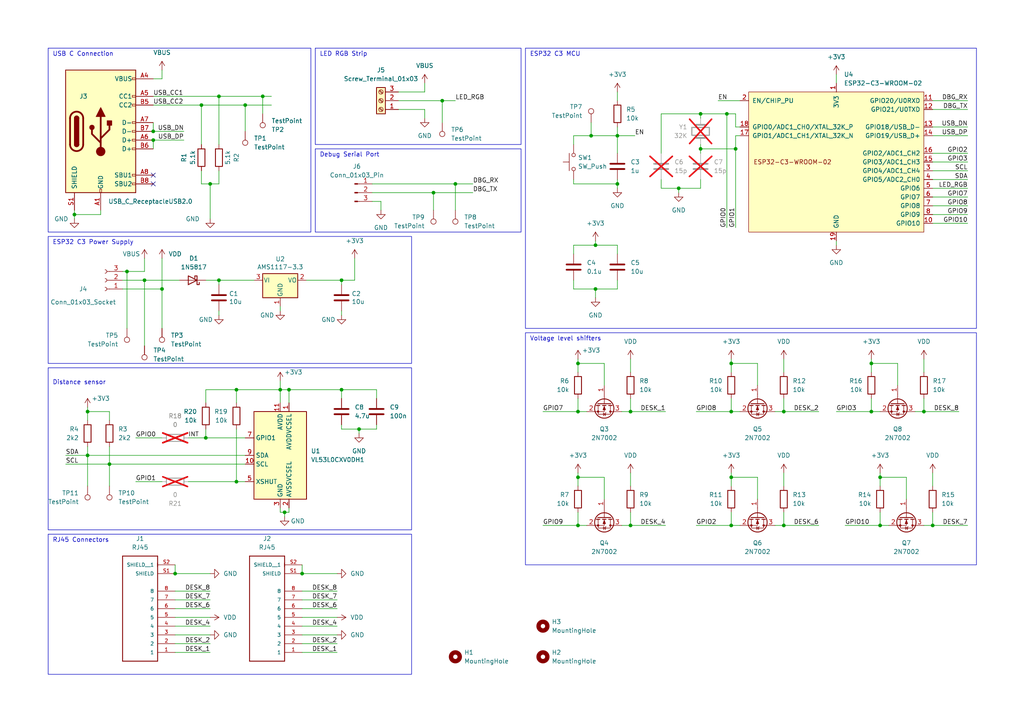
<source format=kicad_sch>
(kicad_sch (version 20230121) (generator eeschema)
  (paper "A4")
  (title_block (title "(Risky) Upsy Desky") (date "2023-12-25") (rev "2") (company "Petr Hodina"))
  (junction (at 125.73 55.88))
  (junction (at 212.09 105.41))
  (junction (at 213.36 43.18))
  (junction (at 182.88 119.38))
  (junction (at 167.64 105.41))
  (junction (at 227.33 119.38))
  (junction (at 252.73 119.38))
  (junction (at 76.2 27.94))
  (junction (at 270.51 152.4))
  (junction (at 81.28 113.03))
  (junction (at 82.55 148.59))
  (junction (at 179.07 53.34))
  (junction (at 50.8 166.37))
  (junction (at 212.09 138.43))
  (junction (at 167.64 119.38))
  (junction (at 71.12 30.48))
  (junction (at 59.69 127))
  (junction (at 267.97 119.38))
  (junction (at 212.09 152.4))
  (junction (at 21.59 62.23))
  (junction (at 128.27 29.21))
  (junction (at 167.64 152.4))
  (junction (at 203.2 33.02))
  (junction (at 171.45 39.37))
  (junction (at 87.63 166.37))
  (junction (at 172.72 83.82))
  (junction (at 44.45 38.1))
  (junction (at 255.27 152.4))
  (junction (at 63.5 27.94))
  (junction (at 167.64 138.43))
  (junction (at 83.82 113.03))
  (junction (at 182.88 152.4))
  (junction (at 41.91 81.28))
  (junction (at 31.75 134.62))
  (junction (at 210.82 33.02))
  (junction (at 58.42 30.48))
  (junction (at 60.96 53.34))
  (junction (at 203.2 43.18))
  (junction (at 212.09 119.38))
  (junction (at 44.45 40.64))
  (junction (at 68.58 139.7))
  (junction (at 63.5 81.28))
  (junction (at 36.83 78.74))
  (junction (at 25.4 119.38))
  (junction (at 227.33 152.4))
  (junction (at 99.06 113.03))
  (junction (at 172.72 71.12))
  (junction (at 132.08 53.34))
  (junction (at 179.07 39.37))
  (junction (at 252.73 105.41))
  (junction (at 104.14 124.46))
  (junction (at 196.85 54.61))
  (junction (at 25.4 132.08))
  (junction (at 68.58 113.03))
  (junction (at 99.06 81.28))
  (junction (at 46.99 83.82))
  (junction (at 255.27 138.43))
  (no_connect (at 44.45 50.8))
  (no_connect (at 44.45 53.34))
  (wire (pts (xy 179.07 71.12) (xy 179.07 73.66)))
  (wire (pts (xy 270.51 152.4) (xy 280.67 152.4)))
  (wire (pts (xy 50.8 176.53) (xy 60.96 176.53)))
  (wire (pts (xy 76.2 27.94) (xy 76.2 33.02)))
  (wire (pts (xy 21.59 62.23) (xy 29.21 62.23)))
  (wire (pts (xy 182.88 152.4) (xy 193.04 152.4)))
  (wire (pts (xy 182.88 148.59) (xy 182.88 152.4)))
  (wire (pts (xy 179.07 83.82) (xy 172.72 83.82)))
  (wire (pts (xy 179.07 36.83) (xy 179.07 39.37)))
  (wire (pts (xy 213.36 43.18) (xy 213.36 66.04)))
  (wire (pts (xy 171.45 35.56) (xy 171.45 39.37)))
  (wire (pts (xy 115.57 31.75) (xy 123.19 31.75)))
  (wire (pts (xy 242.57 119.38) (xy 252.73 119.38)))
  (wire (pts (xy 212.09 115.57) (xy 212.09 119.38)))
  (wire (pts (xy 25.4 119.38) (xy 25.4 121.92)))
  (wire (pts (xy 128.27 29.21) (xy 128.27 35.56)))
  (wire (pts (xy 255.27 152.4) (xy 257.81 152.4)))
  (wire (pts (xy 252.73 105.41) (xy 260.35 105.41)))
  (wire (pts (xy 224.79 119.38) (xy 227.33 119.38)))
  (wire (pts (xy 260.35 105.41) (xy 260.35 111.76)))
  (wire (pts (xy 255.27 137.16) (xy 255.27 138.43)))
  (wire (pts (xy 213.36 36.83) (xy 213.36 33.02)))
  (wire (pts (xy 46.99 20.32) (xy 46.99 22.86)))
  (wire (pts (xy 172.72 71.12) (xy 166.37 71.12)))
  (wire (pts (xy 157.48 152.4) (xy 167.64 152.4)))
  (wire (pts (xy 227.33 104.14) (xy 227.33 107.95)))
  (wire (pts (xy 179.07 26.67) (xy 179.07 29.21)))
  (wire (pts (xy 44.45 30.48) (xy 58.42 30.48)))
  (wire (pts (xy 59.69 127) (xy 71.12 127)))
  (wire (pts (xy 270.51 54.61) (xy 280.67 54.61)))
  (wire (pts (xy 167.64 104.14) (xy 167.64 105.41)))
  (wire (pts (xy 50.8 163.83) (xy 50.8 166.37)))
  (wire (pts (xy 123.19 24.13) (xy 123.19 26.67)))
  (wire (pts (xy 172.72 83.82) (xy 172.72 86.36)))
  (wire (pts (xy 63.5 27.94) (xy 63.5 41.91)))
  (wire (pts (xy 252.73 119.38) (xy 255.27 119.38)))
  (wire (pts (xy 203.2 33.02) (xy 203.2 34.29)))
  (wire (pts (xy 99.06 81.28) (xy 102.87 81.28)))
  (wire (pts (xy 25.4 132.08) (xy 25.4 140.97)))
  (wire (pts (xy 270.51 44.45) (xy 280.67 44.45)))
  (wire (pts (xy 132.08 53.34) (xy 132.08 60.96)))
  (wire (pts (xy 46.99 74.93) (xy 46.99 83.82)))
  (wire (pts (xy 87.63 179.07) (xy 97.79 179.07)))
  (wire (pts (xy 71.12 30.48) (xy 71.12 38.1)))
  (wire (pts (xy 167.64 138.43) (xy 175.26 138.43)))
  (wire (pts (xy 115.57 29.21) (xy 128.27 29.21)))
  (wire (pts (xy 175.26 105.41) (xy 175.26 111.76)))
  (wire (pts (xy 255.27 138.43) (xy 262.89 138.43)))
  (wire (pts (xy 19.05 132.08) (xy 25.4 132.08)))
  (wire (pts (xy 71.12 30.48) (xy 78.74 30.48)))
  (wire (pts (xy 262.89 138.43) (xy 262.89 144.78)))
  (wire (pts (xy 252.73 104.14) (xy 252.73 105.41)))
  (wire (pts (xy 179.07 52.07) (xy 179.07 53.34)))
  (wire (pts (xy 227.33 119.38) (xy 237.49 119.38)))
  (wire (pts (xy 81.28 116.84) (xy 81.28 113.03)))
  (wire (pts (xy 270.51 29.21) (xy 280.67 29.21)))
  (wire (pts (xy 179.07 53.34) (xy 166.37 53.34)))
  (wire (pts (xy 81.28 110.49) (xy 81.28 113.03)))
  (wire (pts (xy 99.06 113.03) (xy 109.22 113.03)))
  (wire (pts (xy 35.56 81.28) (xy 41.91 81.28)))
  (wire (pts (xy 167.64 138.43) (xy 167.64 140.97)))
  (wire (pts (xy 212.09 138.43) (xy 219.71 138.43)))
  (wire (pts (xy 31.75 134.62) (xy 31.75 140.97)))
  (wire (pts (xy 128.27 29.21) (xy 132.08 29.21)))
  (wire (pts (xy 270.51 64.77) (xy 280.67 64.77)))
  (wire (pts (xy 99.06 82.55) (xy 99.06 81.28)))
  (wire (pts (xy 196.85 54.61) (xy 196.85 55.88)))
  (wire (pts (xy 63.5 90.17) (xy 63.5 91.44)))
  (wire (pts (xy 50.8 184.15) (xy 60.96 184.15)))
  (wire (pts (xy 203.2 52.07) (xy 203.2 54.61)))
  (wire (pts (xy 180.34 119.38) (xy 182.88 119.38)))
  (wire (pts (xy 203.2 43.18) (xy 213.36 43.18)))
  (wire (pts (xy 50.8 186.69) (xy 60.96 186.69)))
  (wire (pts (xy 25.4 132.08) (xy 71.12 132.08)))
  (wire (pts (xy 63.5 27.94) (xy 76.2 27.94)))
  (wire (pts (xy 224.79 152.4) (xy 227.33 152.4)))
  (wire (pts (xy 88.9 81.28) (xy 99.06 81.28)))
  (wire (pts (xy 270.51 137.16) (xy 270.51 140.97)))
  (wire (pts (xy 123.19 31.75) (xy 123.19 34.29)))
  (wire (pts (xy 83.82 113.03) (xy 99.06 113.03)))
  (wire (pts (xy 182.88 137.16) (xy 182.88 140.97)))
  (wire (pts (xy 203.2 41.91) (xy 203.2 43.18)))
  (wire (pts (xy 182.88 115.57) (xy 182.88 119.38)))
  (wire (pts (xy 167.64 152.4) (xy 170.18 152.4)))
  (wire (pts (xy 35.56 83.82) (xy 46.99 83.82)))
  (wire (pts (xy 270.51 49.53) (xy 280.67 49.53)))
  (wire (pts (xy 270.51 57.15) (xy 280.67 57.15)))
  (wire (pts (xy 167.64 105.41) (xy 167.64 107.95)))
  (wire (pts (xy 242.57 21.59) (xy 242.57 24.13)))
  (wire (pts (xy 166.37 83.82) (xy 166.37 81.28)))
  (wire (pts (xy 50.8 181.61) (xy 60.96 181.61)))
  (wire (pts (xy 54.61 127) (xy 59.69 127)))
  (wire (pts (xy 267.97 119.38) (xy 278.13 119.38)))
  (wire (pts (xy 179.07 39.37) (xy 179.07 44.45)))
  (wire (pts (xy 39.37 127) (xy 46.99 127)))
  (wire (pts (xy 21.59 62.23) (xy 21.59 63.5)))
  (wire (pts (xy 58.42 30.48) (xy 71.12 30.48)))
  (wire (pts (xy 172.72 71.12) (xy 179.07 71.12)))
  (wire (pts (xy 59.69 113.03) (xy 68.58 113.03)))
  (wire (pts (xy 36.83 78.74) (xy 36.83 95.25)))
  (wire (pts (xy 46.99 83.82) (xy 46.99 95.25)))
  (wire (pts (xy 81.28 148.59) (xy 82.55 148.59)))
  (wire (pts (xy 166.37 53.34) (xy 166.37 52.07)))
  (wire (pts (xy 87.63 189.23) (xy 97.79 189.23)))
  (wire (pts (xy 267.97 104.14) (xy 267.97 107.95)))
  (wire (pts (xy 44.45 35.56) (xy 44.45 38.1)))
  (wire (pts (xy 214.63 36.83) (xy 213.36 36.83)))
  (wire (pts (xy 81.28 113.03) (xy 83.82 113.03)))
  (wire (pts (xy 203.2 33.02) (xy 191.77 33.02)))
  (wire (pts (xy 212.09 152.4) (xy 214.63 152.4)))
  (wire (pts (xy 245.11 152.4) (xy 255.27 152.4)))
  (wire (pts (xy 82.55 148.59) (xy 83.82 148.59)))
  (wire (pts (xy 182.88 119.38) (xy 193.04 119.38)))
  (wire (pts (xy 252.73 105.41) (xy 252.73 107.95)))
  (wire (pts (xy 99.06 113.03) (xy 99.06 115.57)))
  (wire (pts (xy 25.4 129.54) (xy 25.4 132.08)))
  (wire (pts (xy 58.42 53.34) (xy 60.96 53.34)))
  (wire (pts (xy 166.37 41.91) (xy 166.37 39.37)))
  (wire (pts (xy 19.05 134.62) (xy 31.75 134.62)))
  (wire (pts (xy 201.93 152.4) (xy 212.09 152.4)))
  (wire (pts (xy 87.63 173.99) (xy 97.79 173.99)))
  (wire (pts (xy 166.37 39.37) (xy 171.45 39.37)))
  (wire (pts (xy 270.51 39.37) (xy 280.67 39.37)))
  (wire (pts (xy 203.2 43.18) (xy 203.2 44.45)))
  (wire (pts (xy 182.88 104.14) (xy 182.88 107.95)))
  (wire (pts (xy 172.72 69.85) (xy 172.72 71.12)))
  (wire (pts (xy 31.75 129.54) (xy 31.75 134.62)))
  (wire (pts (xy 44.45 22.86) (xy 46.99 22.86)))
  (wire (pts (xy 107.95 53.34) (xy 132.08 53.34)))
  (wire (pts (xy 50.8 173.99) (xy 60.96 173.99)))
  (wire (pts (xy 99.06 90.17) (xy 99.06 91.44)))
  (wire (pts (xy 50.8 179.07) (xy 60.96 179.07)))
  (wire (pts (xy 25.4 119.38) (xy 31.75 119.38)))
  (wire (pts (xy 25.4 118.11) (xy 25.4 119.38)))
  (wire (pts (xy 252.73 115.57) (xy 252.73 119.38)))
  (wire (pts (xy 31.75 134.62) (xy 71.12 134.62)))
  (wire (pts (xy 110.49 58.42) (xy 110.49 60.96)))
  (wire (pts (xy 125.73 55.88) (xy 125.73 60.96)))
  (wire (pts (xy 270.51 148.59) (xy 270.51 152.4)))
  (wire (pts (xy 29.21 60.96) (xy 29.21 62.23)))
  (wire (pts (xy 104.14 124.46) (xy 109.22 124.46)))
  (wire (pts (xy 36.83 78.74) (xy 41.91 78.74)))
  (wire (pts (xy 63.5 49.53) (xy 63.5 53.34)))
  (wire (pts (xy 125.73 55.88) (xy 137.16 55.88)))
  (wire (pts (xy 203.2 33.02) (xy 210.82 33.02)))
  (wire (pts (xy 59.69 81.28) (xy 63.5 81.28)))
  (wire (pts (xy 167.64 148.59) (xy 167.64 152.4)))
  (wire (pts (xy 87.63 166.37) (xy 97.79 166.37)))
  (wire (pts (xy 41.91 81.28) (xy 41.91 100.33)))
  (wire (pts (xy 44.45 40.64) (xy 53.34 40.64)))
  (wire (pts (xy 109.22 113.03) (xy 109.22 115.57)))
  (wire (pts (xy 54.61 139.7) (xy 68.58 139.7)))
  (wire (pts (xy 212.09 137.16) (xy 212.09 138.43)))
  (wire (pts (xy 227.33 115.57) (xy 227.33 119.38)))
  (wire (pts (xy 81.28 147.32) (xy 81.28 148.59)))
  (wire (pts (xy 212.09 119.38) (xy 214.63 119.38)))
  (wire (pts (xy 50.8 166.37) (xy 60.96 166.37)))
  (wire (pts (xy 83.82 147.32) (xy 83.82 148.59)))
  (wire (pts (xy 210.82 33.02) (xy 210.82 66.04)))
  (wire (pts (xy 21.59 60.96) (xy 21.59 62.23)))
  (wire (pts (xy 41.91 74.93) (xy 41.91 78.74)))
  (wire (pts (xy 212.09 138.43) (xy 212.09 140.97)))
  (wire (pts (xy 212.09 148.59) (xy 212.09 152.4)))
  (wire (pts (xy 191.77 52.07) (xy 191.77 54.61)))
  (wire (pts (xy 68.58 124.46) (xy 68.58 139.7)))
  (wire (pts (xy 166.37 71.12) (xy 166.37 73.66)))
  (wire (pts (xy 87.63 171.45) (xy 97.79 171.45)))
  (wire (pts (xy 179.07 53.34) (xy 179.07 54.61)))
  (wire (pts (xy 109.22 124.46) (xy 109.22 123.19)))
  (wire (pts (xy 227.33 137.16) (xy 227.33 140.97)))
  (wire (pts (xy 87.63 181.61) (xy 97.79 181.61)))
  (wire (pts (xy 227.33 148.59) (xy 227.33 152.4)))
  (wire (pts (xy 167.64 137.16) (xy 167.64 138.43)))
  (wire (pts (xy 59.69 116.84) (xy 59.69 113.03)))
  (wire (pts (xy 270.51 31.75) (xy 280.67 31.75)))
  (wire (pts (xy 99.06 123.19) (xy 99.06 124.46)))
  (wire (pts (xy 213.36 43.18) (xy 213.36 39.37)))
  (wire (pts (xy 41.91 81.28) (xy 52.07 81.28)))
  (wire (pts (xy 179.07 39.37) (xy 184.15 39.37)))
  (wire (pts (xy 115.57 26.67) (xy 123.19 26.67)))
  (wire (pts (xy 157.48 119.38) (xy 167.64 119.38)))
  (wire (pts (xy 212.09 105.41) (xy 212.09 107.95)))
  (wire (pts (xy 60.96 53.34) (xy 63.5 53.34)))
  (wire (pts (xy 201.93 119.38) (xy 212.09 119.38)))
  (wire (pts (xy 213.36 39.37) (xy 214.63 39.37)))
  (wire (pts (xy 219.71 105.41) (xy 219.71 111.76)))
  (wire (pts (xy 265.43 119.38) (xy 267.97 119.38)))
  (wire (pts (xy 270.51 36.83) (xy 280.67 36.83)))
  (wire (pts (xy 50.8 171.45) (xy 60.96 171.45)))
  (wire (pts (xy 71.12 139.7) (xy 68.58 139.7)))
  (wire (pts (xy 270.51 52.07) (xy 280.67 52.07)))
  (wire (pts (xy 219.71 138.43) (xy 219.71 144.78)))
  (wire (pts (xy 104.14 124.46) (xy 104.14 125.73)))
  (wire (pts (xy 255.27 148.59) (xy 255.27 152.4)))
  (wire (pts (xy 191.77 54.61) (xy 196.85 54.61)))
  (wire (pts (xy 167.64 105.41) (xy 175.26 105.41)))
  (wire (pts (xy 87.63 186.69) (xy 97.79 186.69)))
  (wire (pts (xy 267.97 152.4) (xy 270.51 152.4)))
  (wire (pts (xy 175.26 138.43) (xy 175.26 144.78)))
  (wire (pts (xy 212.09 104.14) (xy 212.09 105.41)))
  (wire (pts (xy 107.95 55.88) (xy 125.73 55.88)))
  (wire (pts (xy 99.06 124.46) (xy 104.14 124.46)))
  (wire (pts (xy 58.42 41.91) (xy 58.42 30.48)))
  (wire (pts (xy 73.66 81.28) (xy 63.5 81.28)))
  (wire (pts (xy 270.51 46.99) (xy 280.67 46.99)))
  (wire (pts (xy 87.63 176.53) (xy 97.79 176.53)))
  (wire (pts (xy 191.77 33.02) (xy 191.77 44.45)))
  (wire (pts (xy 68.58 113.03) (xy 68.58 116.84)))
  (wire (pts (xy 132.08 53.34) (xy 137.16 53.34)))
  (wire (pts (xy 180.34 152.4) (xy 182.88 152.4)))
  (wire (pts (xy 35.56 78.74) (xy 36.83 78.74)))
  (wire (pts (xy 270.51 59.69) (xy 280.67 59.69)))
  (wire (pts (xy 242.57 69.85) (xy 242.57 71.12)))
  (wire (pts (xy 82.55 148.59) (xy 82.55 149.86)))
  (wire (pts (xy 167.64 115.57) (xy 167.64 119.38)))
  (wire (pts (xy 60.96 53.34) (xy 60.96 63.5)))
  (wire (pts (xy 59.69 124.46) (xy 59.69 127)))
  (wire (pts (xy 87.63 163.83) (xy 87.63 166.37)))
  (wire (pts (xy 39.37 139.7) (xy 46.99 139.7)))
  (wire (pts (xy 44.45 27.94) (xy 63.5 27.94)))
  (wire (pts (xy 58.42 49.53) (xy 58.42 53.34)))
  (wire (pts (xy 167.64 119.38) (xy 170.18 119.38)))
  (wire (pts (xy 44.45 40.64) (xy 44.45 43.18)))
  (wire (pts (xy 255.27 138.43) (xy 255.27 140.97)))
  (wire (pts (xy 172.72 83.82) (xy 166.37 83.82)))
  (wire (pts (xy 107.95 58.42) (xy 110.49 58.42)))
  (wire (pts (xy 208.28 29.21) (xy 214.63 29.21)))
  (wire (pts (xy 68.58 113.03) (xy 81.28 113.03)))
  (wire (pts (xy 179.07 81.28) (xy 179.07 83.82)))
  (wire (pts (xy 81.28 88.9) (xy 81.28 90.17)))
  (wire (pts (xy 44.45 38.1) (xy 53.34 38.1)))
  (wire (pts (xy 76.2 27.94) (xy 78.74 27.94)))
  (wire (pts (xy 212.09 105.41) (xy 219.71 105.41)))
  (wire (pts (xy 227.33 152.4) (xy 237.49 152.4)))
  (wire (pts (xy 87.63 184.15) (xy 97.79 184.15)))
  (wire (pts (xy 50.8 189.23) (xy 60.96 189.23)))
  (wire (pts (xy 102.87 81.28) (xy 102.87 74.93)))
  (wire (pts (xy 63.5 82.55) (xy 63.5 81.28)))
  (wire (pts (xy 31.75 119.38) (xy 31.75 121.92)))
  (wire (pts (xy 83.82 113.03) (xy 83.82 116.84)))
  (wire (pts (xy 196.85 54.61) (xy 203.2 54.61)))
  (wire (pts (xy 270.51 62.23) (xy 280.67 62.23)))
  (wire (pts (xy 267.97 115.57) (xy 267.97 119.38)))
  (wire (pts (xy 171.45 39.37) (xy 179.07 39.37)))
  (wire (pts (xy 210.82 33.02) (xy 213.36 33.02)))
  (rectangle (start 91.44 13.97) (end 151.13 41.91))
  (rectangle (start 13.97 106.68) (end 119.38 153.67))
  (rectangle (start 152.4 13.97) (end 283.21 95.25))
  (rectangle (start 91.44 43.18) (end 151.13 67.31))
  (rectangle (start 13.97 68.58) (end 119.38 105.41))
  (rectangle (start 152.4 96.52) (end 283.21 163.83))
  (rectangle (start 13.97 154.94) (end 119.38 195.58))
  (rectangle (start 13.97 13.97) (end 90.17 67.31))
  (text "ESP32 C3 MCU" (at 153.67 16.51 0) (effects (font (size 1.27 1.27)) (justify left bottom)))
  (text "Debug Serial Port" (at 92.71 45.72 0) (effects (font (size 1.27 1.27)) (justify left bottom)))
  (text "RJ45 Connectors" (at 15.24 157.48 0) (effects (font (size 1.27 1.27)) (justify left bottom)))
  (text "USB C Connection" (at 15.24 16.51 0) (effects (font (size 1.27 1.27)) (justify left bottom)))
  (text "LED RGB Strip" (at 92.71 16.51 0) (effects (font (size 1.27 1.27)) (justify left bottom)))
  (text "Distance sensor" (at 15.24 111.76 0) (effects (font (size 1.27 1.27)) (justify left bottom)))
  (text "Voltage level shifters" (at 153.67 99.06 0) (effects (font (size 1.27 1.27)) (justify left bottom)))
  (text "ESP32 C3 Power Supply" (at 15.24 71.12 0) (effects (font (size 1.27 1.27)) (justify left bottom)))
  (label "GPIO1" (at 39.37 139.7 0))
  (label "GPIO8" (at 280.67 59.69 180))
  (label "GPIO7" (at 280.67 57.15 180))
  (label "USB_CC1" (at 44.45 27.94 0))
  (label "USB_DN" (at 280.67 36.83 180))
  (label "DESK_7" (at 97.79 173.99 180))
  (label "INT" (at 54.61 127 0))
  (label "DESK_8" (at 278.13 119.38 180))
  (label "GPIO1" (at 213.36 66.04 90))
  (label "DESK_1" (at 97.79 189.23 180))
  (label "DBG_RX" (at 137.16 53.34 0))
  (label "DESK_6" (at 97.79 176.53 180))
  (label "SDA" (at 19.05 132.08 0))
  (label "USB_CC2" (at 44.45 30.48 0))
  (label "DESK_4" (at 97.79 181.61 180))
  (label "GPIO2" (at 280.67 44.45 180))
  (label "DBG_TX" (at 280.67 31.75 180))
  (label "SDA" (at 280.67 52.07 180))
  (label "GPIO9" (at 157.48 152.4 0))
  (label "GPIO2" (at 201.93 152.4 0))
  (label "DBG_RX" (at 280.67 29.21 180))
  (label "GPIO0" (at 210.82 66.04 90))
  (label "GPIO0" (at 39.37 127 0))
  (label "USB_DP" (at 53.34 40.64 180))
  (label "DESK_2" (at 60.96 186.69 180))
  (label "EN" (at 208.28 29.21 0))
  (label "GPIO10" (at 245.11 152.4 0))
  (label "DESK_4" (at 60.96 181.61 180))
  (label "GPIO9" (at 280.67 62.23 180))
  (label "LED_RGB" (at 132.08 29.21 0))
  (label "DESK_2" (at 97.79 186.69 180))
  (label "LED_RGB" (at 280.67 54.61 180))
  (label "USB_DP" (at 280.67 39.37 180))
  (label "GPIO3" (at 280.67 46.99 180))
  (label "USB_DN" (at 53.34 38.1 180))
  (label "GPIO3" (at 242.57 119.38 0))
  (label "DESK_6" (at 60.96 176.53 180))
  (label "DESK_8" (at 60.96 171.45 180))
  (label "DESK_6" (at 237.49 152.4 180))
  (label "SCL" (at 19.05 134.62 0))
  (label "GPIO10" (at 280.67 64.77 180))
  (label "GPIO8" (at 201.93 119.38 0))
  (label "DBG_TX" (at 137.16 55.88 0))
  (label "SCL" (at 280.67 49.53 180))
  (label "DESK_1" (at 193.04 119.38 180))
  (label "DESK_2" (at 237.49 119.38 180))
  (label "DESK_4" (at 193.04 152.4 180))
  (label "GPIO7" (at 157.48 119.38 0))
  (label "DESK_8" (at 97.79 171.45 180))
  (label "EN" (at 184.15 39.37 0))
  (label "DESK_7" (at 280.67 152.4 180))
  (label "DESK_7" (at 60.96 173.99 180))
  (label "DESK_1" (at 60.96 189.23 180))
  (symbol (lib_id "power:+3V3") (at 167.64 104.14 0) (unit 1)
    (property "Reference" "#PWR03" (effects hide))
    (property "Value" "+3V3" (at 171.45 101.6 0))
  )
  (symbol (lib_id "Connector:TestPoint") (at 132.08 60.96 180) (unit 1)
    (property "Reference" "TP8" (at 134.62 62.992 0) (effects (justify right)))
    (property "Value" "TestPoint" (at 134.62 65.532 0) (effects (justify right)))
    (property "Footprint" "TestPoint:TestPoint_Pad_D1.0mm" (effects hide))
  )
  (symbol (lib_id "Device:R") (at 252.73 111.76 180) (unit 1)
    (property "Reference" "R16" (at 250.19 110.4899 0) (effects (justify left)))
    (property "Value" "10k" (at 250.19 113.0299 0) (effects (justify left)))
    (property "Footprint" "Resistor_SMD:R_0402_1005Metric" (effects hide))
    (property "LCSC" "C25744" (effects hide))
    (property "Checked" "Y" (effects hide))
    (property "Comment" "Any 5V or higher rated resistor will work fine" (effects hide))
    (property "Package" "0402" (effects hide))
    (property "MPN" "RC0402JR-1310KL" (effects hide))
  )
  (symbol (lib_id "Transistor_FET:BSS138") (at 219.71 116.84 270) (unit 1)
    (property "Reference" "Q5" (at 219.71 124.46 90))
    (property "Value" "2N7002" (at 219.71 127 90))
    (property "Footprint" "Package_TO_SOT_SMD:SOT-23" (effects hide))
    (property "Datasheet" "https://www.onsemi.com/pub/Collateral/BSS138-D.PDF" (effects hide))
    (property "LCSC" "C8545" (effects hide))
    (property "Checked" "Y" (effects hide))
    (property "MPN" "2N7002" (effects hide))
    (property "Package" "SOT-23" (effects hide))
  )
  (symbol (lib_name "VBUS_2") (lib_id "power:VBUS") (at 41.91 74.93 0) (unit 1)
    (property "Reference" "#PWR07" (effects hide))
    (property "Value" "VBUS" (at 38.1 73.66 0))
  )
  (symbol (lib_id "Connector:Conn_01x03_Pin") (at 102.87 55.88 0) (unit 1)
    (property "Reference" "J6" (at 103.505 48.26 0))
    (property "Value" "Conn_01x03_Pin" (at 103.505 50.8 0))
    (property "Footprint" "Connector_JST:JST_EH_B3B-EH-A_1x03_P2.50mm_Vertical" (effects hide))
  )
  (symbol (lib_id "Device:R") (at 50.8 139.7 270) (mirror x) (unit 1) (dnp yes)
    (property "Reference" "R21" (at 50.8 146.05 90))
    (property "Value" "0" (at 50.8 143.51 90))
    (property "Footprint" "Resistor_SMD:R_0402_1005Metric" (effects hide))
  )
  (symbol (lib_id "Connector:USB_C_Receptacle_USB2.0") (at 29.21 38.1 0) (unit 1)
    (property "Reference" "J3" (at 25.4 27.94 0) (effects (justify right)))
    (property "Value" "USB_C_ReceptacleUSB2.0" (at 55.88 58.42 0) (effects (justify right)))
    (property "Footprint" "Connector_USB:USB_C_Receptacle_Palconn_UTC16-G" (effects hide))
    (property "Datasheet" "https://www.usb.org/sites/default/files/documents/usb_type-c.zip" (effects hide))
    (property "LCSC" "C165948" (effects hide))
    (property "Checked" "Y" (effects hide))
    (property "MPN" "TYPE-C-31-M-12" (effects hide))
  )
  (symbol (lib_id "power:GND") (at 179.07 54.61 0) (unit 1)
    (property "Reference" "#PWR011" (effects hide))
    (property "Value" "GND" (at 179.07 59.69 0))
  )
  (symbol (lib_id "Device:R") (at 270.51 144.78 180) (unit 1)
    (property "Reference" "R15" (at 273.05 143.5099 0) (effects (justify right)))
    (property "Value" "10k" (at 273.05 146.0499 0) (effects (justify right)))
    (property "Footprint" "Resistor_SMD:R_0402_1005Metric" (effects hide))
    (property "LCSC" "C25744" (effects hide))
    (property "Checked" "Y" (effects hide))
    (property "Comment" "Any 5V or higher rated resistor will work fine" (effects hide))
    (property "Package" "0402" (effects hide))
    (property "MPN" "RC0402JR-1310KL" (effects hide))
  )
  (symbol (lib_id "Regulator_Linear:NCP1117-3.3_SOT223") (at 81.28 81.28 0) (unit 1)
    (property "Reference" "U2" (at 81.28 75.1332 0))
    (property "Value" "AMS1117-3.3" (at 81.28 77.4446 0))
    (property "Footprint" "Package_TO_SOT_SMD:SOT-223-3_TabPin2" (effects hide))
    (property "Datasheet" "http://www.onsemi.com/pub_link/Collateral/NCP1117-D.PDF" (effects hide))
    (property "LCSC" "C6186" (effects hide))
    (property "Checked" "Y" (effects hide))
    (property "MPN" "AMS1117-3.3" (effects hide))
    (property "Package" "SOT-223" (effects hide))
  )
  (symbol (lib_id "Mechanical:MountingHole") (at 157.48 190.5 0) (unit 1)
    (property "Reference" "H2" (at 160.02 189.23 0) (effects (justify left)))
    (property "Value" "MountingHole" (at 160.02 191.77 0) (effects (justify left)))
    (property "Footprint" "MountingHole:MountingHole_2.2mm_M2_Pad" (effects hide))
  )
  (symbol (lib_id "power:VDD") (at 227.33 137.16 0) (unit 1)
    (property "Reference" "#PWR028" (effects hide))
    (property "Value" "VDD" (at 227.33 132.08 0))
  )
  (symbol (lib_id "power:GND") (at 60.96 184.15 90) (unit 1)
    (property "Reference" "#PWR0105" (effects hide))
    (property "Value" "GND" (at 64.77 184.1499 90) (effects (justify right)))
  )
  (symbol (lib_id "Connector:TestPoint") (at 36.83 95.25 0) (mirror x) (unit 1)
    (property "Reference" "TP5" (at 34.29 97.282 0) (effects (justify right)))
    (property "Value" "TestPoint" (at 34.29 99.822 0) (effects (justify right)))
    (property "Footprint" "TestPoint:TestPoint_Pad_D1.0mm" (effects hide))
  )
  (symbol (lib_id "power:+3V3") (at 252.73 104.14 0) (unit 1)
    (property "Reference" "#PWR027" (effects hide))
    (property "Value" "+3V3" (at 252.73 99.06 0))
  )
  (symbol (lib_id "A-2004-2-4-LPS-N-R:A-2004-2-4-LPS-N-R") (at 40.64 179.07 180) (unit 1)
    (property "Reference" "J1" (at 40.64 156.21 0))
    (property "Value" "RJ45" (at 40.64 158.75 0))
    (property "Footprint" "Connector_RJ:RJ45_Amphenol_54602-x08_Horizontal" (effects hide))
    (property "MANUFACTURER" "Amphenol ICC (FCI)" (effects hide))
    (property "STANDARD" "Manufacturer recommendations" (effects hide))
    (property "MAXIMUM_PACKAGE_HEIGHT" "13.4mm" (effects hide))
    (property "PARTREV" "00" (effects hide))
    (property "Purchase" "https://www.digikey.com/en/products/detail/amphenol-cs-fci/54601-708LF/7589419" (effects hide))
    (property "MPN" "54601-708LF" (effects hide))
    (property "LCSC" "C708595" (effects hide))
  )
  (symbol (lib_id "power:VDD") (at 267.97 104.14 0) (unit 1)
    (property "Reference" "#PWR024" (effects hide))
    (property "Value" "VDD" (at 267.97 99.06 0))
  )
  (symbol (lib_id "power:GND") (at 99.06 91.44 0) (unit 1)
    (property "Reference" "#PWR09" (effects hide))
    (property "Value" "GND" (at 95.25 92.71 0))
  )
  (symbol (lib_id "Device:R") (at 31.75 125.73 0) (unit 1)
    (property "Reference" "R3" (at 34.29 124.46 0) (effects (justify left)))
    (property "Value" "2k2" (at 34.29 127 0) (effects (justify left)))
    (property "Footprint" "Resistor_SMD:R_0402_1005Metric" (effects hide))
  )
  (symbol (lib_id "Connector:Screw_Terminal_01x03") (at 110.49 29.21 180) (unit 1)
    (property "Reference" "J5" (at 110.49 20.32 0))
    (property "Value" "Screw_Terminal_01x03" (at 110.49 22.86 0))
    (property "Footprint" "TerminalBlock:TerminalBlock_Altech_AK300-3_P5.00mm" (effects hide))
  )
  (symbol (lib_id "power:GND") (at 21.59 63.5 0) (unit 1)
    (property "Reference" "#PWR02" (effects hide))
    (property "Value" "GND" (at 17.78 63.5 0))
  )
  (symbol (lib_id "power:GND") (at 97.79 184.15 90) (unit 1)
    (property "Reference" "#PWR0106" (effects hide))
    (property "Value" "GND" (at 101.6 184.1499 90) (effects (justify right)))
  )
  (symbol (lib_id "Connector:TestPoint") (at 31.75 140.97 180) (unit 1)
    (property "Reference" "TP10" (at 34.29 143.002 0) (effects (justify right)))
    (property "Value" "TestPoint" (at 34.29 145.542 0) (effects (justify right)))
    (property "Footprint" "TestPoint:TestPoint_Pad_D1.0mm" (effects hide))
  )
  (symbol (lib_id "Device:R") (at 68.58 120.65 0) (unit 1)
    (property "Reference" "R19" (at 66.04 119.38 0) (effects (justify right)))
    (property "Value" "10k" (at 66.04 121.92 0) (effects (justify right)))
    (property "Footprint" "Resistor_SMD:R_0402_1005Metric" (effects hide))
  )
  (symbol (lib_id "power:GND") (at 81.28 90.17 0) (unit 1)
    (property "Reference" "#PWR08" (effects hide))
    (property "Value" "GND" (at 77.47 91.44 0))
  )
  (symbol (lib_id "Connector:TestPoint") (at 125.73 60.96 0) (mirror x) (unit 1)
    (property "Reference" "TP9" (at 123.19 62.992 0) (effects (justify right)))
    (property "Value" "TestPoint" (at 123.19 65.532 0) (effects (justify right)))
    (property "Footprint" "TestPoint:TestPoint_Pad_D1.0mm" (effects hide))
  )
  (symbol (lib_id "Connector:TestPoint") (at 46.99 95.25 180) (unit 1)
    (property "Reference" "TP3" (at 49.53 97.282 0) (effects (justify right)))
    (property "Value" "TestPoint" (at 49.53 99.822 0) (effects (justify right)))
    (property "Footprint" "TestPoint:TestPoint_Pad_D1.0mm" (effects hide))
  )
  (symbol (lib_id "Connector:TestPoint") (at 76.2 33.02 180) (unit 1)
    (property "Reference" "TP2" (at 78.74 37.592 0) (effects (justify right)))
    (property "Value" "TestPoint" (at 78.74 35.052 0) (effects (justify right)))
    (property "Footprint" "TestPoint:TestPoint_Pad_D1.0mm" (effects hide))
  )
  (symbol (lib_id "power:VBUS") (at 46.99 20.32 0) (unit 1)
    (property "Reference" "#PWR0101" (effects hide))
    (property "Value" "VBUS" (at 46.99 15.24 0))
  )
  (symbol (lib_id "Device:R") (at 179.07 33.02 0) (unit 1)
    (property "Reference" "R5" (at 181.61 31.7499 0) (effects (justify left)))
    (property "Value" "10k" (at 181.61 34.2899 0) (effects (justify left)))
    (property "Footprint" "Resistor_SMD:R_0402_1005Metric" (effects hide))
    (property "LCSC" "C25744" (effects hide))
    (property "Checked" "Y" (effects hide))
    (property "Comment" "Any 5V or higher rated resistor will work fine" (effects hide))
    (property "Package" "0402" (effects hide))
    (property "MPN" "RC0402JR-1310KL" (effects hide))
  )
  (symbol (lib_id "Connector:TestPoint") (at 171.45 35.56 0) (unit 1)
    (property "Reference" "TP7" (at 168.91 30.988 0) (effects (justify right)))
    (property "Value" "TestPoint" (at 168.91 33.528 0) (effects (justify right)))
    (property "Footprint" "TestPoint:TestPoint_Pad_D1.0mm" (effects hide))
  )
  (symbol (lib_id "Connector:TestPoint") (at 128.27 35.56 180) (unit 1)
    (property "Reference" "TP6" (at 130.81 37.592 0) (effects (justify right)))
    (property "Value" "TestPoint" (at 130.81 40.132 0) (effects (justify right)))
    (property "Footprint" "TestPoint:TestPoint_Pad_D1.0mm" (effects hide))
  )
  (symbol (lib_id "Device:C") (at 109.22 119.38 0) (unit 1)
    (property "Reference" "C9" (at 113.03 118.11 0) (effects (justify left)))
    (property "Value" "100n" (at 113.03 120.65 0) (effects (justify left)))
    (property "Footprint" "Capacitor_SMD:C_0402_1005Metric" (effects hide))
  )
  (symbol (lib_id "power:+3V3") (at 212.09 104.14 0) (unit 1)
    (property "Reference" "#PWR021" (effects hide))
    (property "Value" "+3V3" (at 212.09 99.06 0))
  )
  (symbol (lib_id "Device:C") (at 63.5 86.36 0) (unit 1)
    (property "Reference" "C1" (at 66.421 85.1916 0) (effects (justify left)))
    (property "Value" "10u" (at 66.421 87.503 0) (effects (justify left)))
    (property "Footprint" "Capacitor_SMD:C_0402_1005Metric" (effects hide))
    (property "LCSC" "C15525" (effects hide))
    (property "Checked" "Y" (effects hide))
    (property "Comment" "Any 5V or higher rated capacitor will work fine" (effects hide))
    (property "Package" "0402" (effects hide))
    (property "MPN" "GRM155R60J106ME05J" (effects hide))
  )
  (symbol (lib_id "Device:C") (at 166.37 77.47 0) (unit 1)
    (property "Reference" "C4" (at 170.18 76.1999 0) (effects (justify left)))
    (property "Value" "0.1u" (at 170.18 78.7399 0) (effects (justify left)))
    (property "Footprint" "Capacitor_SMD:C_0402_1005Metric" (effects hide))
    (property "LCSC" "C1525" (effects hide))
    (property "Checked" "Y" (effects hide))
    (property "Comment" "Any 5V or higher rated capacitor will work fine" (effects hide))
    (property "Package" "0402" (effects hide))
    (property "MPN" "0402B104K160HI" (effects hide))
  )
  (symbol (lib_id "power:GND") (at 63.5 91.44 0) (unit 1)
    (property "Reference" "#PWR06" (effects hide))
    (property "Value" "GND" (at 59.69 92.71 0))
  )
  (symbol (lib_id "Device:C") (at 99.06 119.38 0) (unit 1)
    (property "Reference" "C8" (at 102.87 118.11 0) (effects (justify left)))
    (property "Value" "4.7u" (at 102.87 120.65 0) (effects (justify left)))
    (property "Footprint" "Capacitor_SMD:C_0402_1005Metric" (effects hide))
  )
  (symbol (lib_id "Switch:SW_Push") (at 166.37 46.99 90) (unit 1)
    (property "Reference" "SW1" (at 167.64 45.72 90) (effects (justify right)))
    (property "Value" "SW_Push" (at 167.64 48.26 90) (effects (justify right)))
    (property "Footprint" "Button_Switch_SMD:SW_Push_1P1T_NO_CK_KMR2" (effects hide))
  )
  (symbol (lib_id "power:+3V3") (at 167.64 137.16 0) (unit 1)
    (property "Reference" "#PWR018" (effects hide))
    (property "Value" "+3V3" (at 167.64 132.08 0))
  )
  (symbol (lib_id "power:VDD") (at 60.96 179.07 270) (unit 1)
    (property "Reference" "#PWR017" (effects hide))
    (property "Value" "VDD" (at 64.77 179.07 90) (effects (justify left)))
  )
  (symbol (lib_name "GND_8") (lib_id "power:GND") (at 104.14 125.73 0) (unit 1)
    (property "Reference" "#PWR038" (effects hide))
    (property "Value" "GND" (at 104.14 130.81 0))
  )
  (symbol (lib_id "Device:R") (at 182.88 111.76 180) (unit 1)
    (property "Reference" "R8" (at 185.42 110.4899 0) (effects (justify right)))
    (property "Value" "10k" (at 185.42 113.0299 0) (effects (justify right)))
    (property "Footprint" "Resistor_SMD:R_0402_1005Metric" (effects hide))
    (property "LCSC" "C25744" (effects hide))
    (property "Checked" "Y" (effects hide))
    (property "Comment" "Any 5V or higher rated resistor will work fine" (effects hide))
    (property "Package" "0402" (effects hide))
    (property "MPN" "RC0402JR-1310KL" (effects hide))
  )
  (symbol (lib_id "PCM_Espressif:ESP32-C3-WROOM-02") (at 242.57 46.99 0) (unit 1)
    (property "Reference" "U4" (at 244.7641 21.59 0) (effects (justify left)))
    (property "Value" "ESP32-C3-WROOM-02" (at 244.7641 24.13 0) (effects (justify left)))
    (property "Footprint" "PCM_Espressif:ESP32-C3-WROOM-02" (effects hide))
    (property "Datasheet" "https://www.espressif.com/sites/default/files/documentation/esp32-c3-wroom-02_datasheet_en.pdf" (effects hide))
  )
  (symbol (lib_id "Device:Crystal") (at 203.2 38.1 90) (unit 1) (dnp yes)
    (property "Reference" "Y1" (at 199.39 36.83 90) (effects (justify left)))
    (property "Value" "32K" (at 199.39 39.37 90) (effects (justify left)))
    (property "Footprint" "Crystal:Crystal_SMD_2012-2Pin_2.0x1.2mm" (effects hide))
  )
  (symbol (lib_id "Connector:TestPoint") (at 41.91 100.33 180) (unit 1)
    (property "Reference" "TP4" (at 44.45 101.6 0) (effects (justify right)))
    (property "Value" "TestPoint" (at 44.45 104.14 0) (effects (justify right)))
    (property "Footprint" "TestPoint:TestPoint_Pad_D1.0mm" (effects hide))
  )
  (symbol (lib_id "power:+3V3") (at 102.87 74.93 0) (unit 1)
    (property "Reference" "#PWR010" (effects hide))
    (property "Value" "+3V3" (at 102.87 69.85 0))
  )
  (symbol (lib_id "Device:R") (at 212.09 144.78 180) (unit 1)
    (property "Reference" "R11" (at 209.55 143.5099 0) (effects (justify left)))
    (property "Value" "10k" (at 209.55 146.0499 0) (effects (justify left)))
    (property "Footprint" "Resistor_SMD:R_0402_1005Metric" (effects hide))
    (property "LCSC" "C25744" (effects hide))
    (property "Checked" "Y" (effects hide))
    (property "Comment" "Any 5V or higher rated resistor will work fine" (effects hide))
    (property "Package" "0402" (effects hide))
    (property "MPN" "RC0402JR-1310KL" (effects hide))
  )
  (symbol (lib_id "Device:R") (at 267.97 111.76 180) (unit 1)
    (property "Reference" "R17" (at 270.51 110.4899 0) (effects (justify right)))
    (property "Value" "10k" (at 270.51 113.0299 0) (effects (justify right)))
    (property "Footprint" "Resistor_SMD:R_0402_1005Metric" (effects hide))
    (property "LCSC" "C25744" (effects hide))
    (property "Checked" "Y" (effects hide))
    (property "Comment" "Any 5V or higher rated resistor will work fine" (effects hide))
    (property "Package" "0402" (effects hide))
    (property "MPN" "RC0402JR-1310KL" (effects hide))
  )
  (symbol (lib_id "power:VDD") (at 46.99 74.93 0) (unit 1)
    (property "Reference" "#PWR016" (effects hide))
    (property "Value" "VDD" (at 50.8 73.66 0))
  )
  (symbol (lib_id "Device:C") (at 191.77 48.26 0) (unit 1) (dnp yes)
    (property "Reference" "C6" (at 195.58 46.99 0) (effects (justify left)))
    (property "Value" "15p" (at 195.58 49.53 0) (effects (justify left)))
    (property "Footprint" "Capacitor_SMD:C_0402_1005Metric" (effects hide))
  )
  (symbol (lib_id "power:GND") (at 97.79 166.37 90) (unit 1)
    (property "Reference" "#PWR01" (effects hide))
    (property "Value" "GND" (at 101.6 166.3699 90) (effects (justify right)))
  )
  (symbol (lib_id "Device:R") (at 227.33 144.78 180) (unit 1)
    (property "Reference" "R13" (at 229.87 143.5099 0) (effects (justify right)))
    (property "Value" "10k" (at 229.87 146.0499 0) (effects (justify right)))
    (property "Footprint" "Resistor_SMD:R_0402_1005Metric" (effects hide))
    (property "LCSC" "C25744" (effects hide))
    (property "Checked" "Y" (effects hide))
    (property "Comment" "Any 5V or higher rated resistor will work fine" (effects hide))
    (property "Package" "0402" (effects hide))
    (property "MPN" "RC0402JR-1310KL" (effects hide))
  )
  (symbol (lib_id "Device:R") (at 255.27 144.78 180) (unit 1)
    (property "Reference" "R14" (at 252.73 143.5099 0) (effects (justify left)))
    (property "Value" "10k" (at 252.73 146.0499 0) (effects (justify left)))
    (property "Footprint" "Resistor_SMD:R_0402_1005Metric" (effects hide))
    (property "LCSC" "C25744" (effects hide))
    (property "Checked" "Y" (effects hide))
    (property "Comment" "Any 5V or higher rated resistor will work fine" (effects hide))
    (property "Package" "0402" (effects hide))
    (property "MPN" "RC0402JR-1310KL" (effects hide))
  )
  (symbol (lib_id "Device:C") (at 99.06 86.36 0) (unit 1)
    (property "Reference" "C2" (at 101.981 85.1916 0) (effects (justify left)))
    (property "Value" "10u" (at 101.981 87.503 0) (effects (justify left)))
    (property "Footprint" "Capacitor_SMD:C_0402_1005Metric" (effects hide))
    (property "LCSC" "C15525" (effects hide))
    (property "Checked" "Y" (effects hide))
    (property "Comment" "Any 5V or higher rated capacitor will work fine" (effects hide))
    (property "Package" "0402" (effects hide))
    (property "MPN" "GRM155R60J106ME05J" (effects hide))
  )
  (symbol (lib_id "Device:R") (at 227.33 111.76 180) (unit 1)
    (property "Reference" "R12" (at 229.87 110.4899 0) (effects (justify right)))
    (property "Value" "10k" (at 229.87 113.0299 0) (effects (justify right)))
    (property "Footprint" "Resistor_SMD:R_0402_1005Metric" (effects hide))
    (property "LCSC" "C25744" (effects hide))
    (property "Checked" "Y" (effects hide))
    (property "Comment" "Any 5V or higher rated resistor will work fine" (effects hide))
    (property "Package" "0402" (effects hide))
    (property "MPN" "RC0402JR-1310KL" (effects hide))
  )
  (symbol (lib_name "GND_7") (lib_id "power:GND") (at 82.55 149.86 0) (unit 1)
    (property "Reference" "#PWR036" (effects hide))
    (property "Value" "GND" (at 86.36 151.13 0))
  )
  (symbol (lib_name "GND_1") (lib_id "power:GND") (at 60.96 63.5 0) (unit 1)
    (property "Reference" "#PWR04" (effects hide))
    (property "Value" "GND" (at 55.88 63.5 0))
  )
  (symbol (lib_id "Device:R") (at 182.88 144.78 180) (unit 1)
    (property "Reference" "R9" (at 185.42 143.5099 0) (effects (justify right)))
    (property "Value" "10k" (at 185.42 146.0499 0) (effects (justify right)))
    (property "Footprint" "Resistor_SMD:R_0402_1005Metric" (effects hide))
    (property "LCSC" "C25744" (effects hide))
    (property "Checked" "Y" (effects hide))
    (property "Comment" "Any 5V or higher rated resistor will work fine" (effects hide))
    (property "Package" "0402" (effects hide))
    (property "MPN" "RC0402JR-1310KL" (effects hide))
  )
  (symbol (lib_name "GND_4") (lib_id "power:GND") (at 242.57 71.12 0) (unit 1)
    (property "Reference" "#PWR014" (effects hide))
    (property "Value" "GND" (at 242.57 76.2 0))
  )
  (symbol (lib_name "VBUS_1") (lib_id "power:VBUS") (at 123.19 24.13 0) (unit 1)
    (property "Reference" "#PWR032" (effects hide))
    (property "Value" "VBUS" (at 123.19 19.05 0))
  )
  (symbol (lib_id "Device:R") (at 58.42 45.72 180) (unit 1)
    (property "Reference" "R1" (at 53.34 45.72 90))
    (property "Value" "5.1k" (at 55.88 45.72 90))
    (property "Footprint" "Resistor_SMD:R_0402_1005Metric" (effects hide))
    (property "LCSC" "C25905" (effects hide))
    (property "Checked" "Y" (effects hide))
    (property "Comment" "Any 5V or higher rated resistor will work fine" (effects hide))
    (property "Package" "0402" (effects hide))
    (property "MPN" "RC0402JR-075R1L" (effects hide))
  )
  (symbol (lib_id "Device:R") (at 59.69 120.65 0) (unit 1)
    (property "Reference" "R20" (at 57.15 119.38 0) (effects (justify right)))
    (property "Value" "10k" (at 57.15 121.92 0) (effects (justify right)))
    (property "Footprint" "Resistor_SMD:R_0402_1005Metric" (effects hide))
  )
  (symbol (lib_id "Sensor_Distance:VL53L0CXV0DH1") (at 81.28 132.08 0) (unit 1)
    (property "Reference" "U1" (at 90.17 130.81 0) (effects (justify left)))
    (property "Value" "VL53L0CXV0DH1" (at 90.17 133.35 0) (effects (justify left)))
    (property "Footprint" "Sensor_Distance:ST_VL53L1x" (effects hide))
    (property "Datasheet" "https://www.st.com/resource/en/datasheet/vl53l0x.pdf" (effects hide))
  )
  (symbol (lib_name "+3V3_1") (lib_id "power:+3V3") (at 81.28 110.49 0) (unit 1)
    (property "Reference" "#PWR05" (effects hide))
    (property "Value" "+3V3" (at 85.09 107.95 0))
  )
  (symbol (lib_id "Device:R") (at 50.8 127 270) (unit 1) (dnp yes)
    (property "Reference" "R18" (at 50.8 120.65 90))
    (property "Value" "0" (at 50.8 123.19 90))
    (property "Footprint" "Resistor_SMD:R_0402_1005Metric" (effects hide))
  )
  (symbol (lib_id "Transistor_FET:BSS138") (at 219.71 149.86 270) (unit 1)
    (property "Reference" "Q6" (at 219.71 157.48 90))
    (property "Value" "2N7002" (at 219.71 160.02 90))
    (property "Footprint" "Package_TO_SOT_SMD:SOT-23" (effects hide))
    (property "Datasheet" "https://www.onsemi.com/pub/Collateral/BSS138-D.PDF" (effects hide))
    (property "LCSC" "C8545" (effects hide))
    (property "Checked" "Y" (effects hide))
    (property "MPN" "2N7002" (effects hide))
    (property "Package" "SOT-23" (effects hide))
  )
  (symbol (lib_name "GND_6") (lib_id "power:GND") (at 196.85 55.88 0) (unit 1)
    (property "Reference" "#PWR034" (effects hide))
    (property "Value" "GND" (at 196.85 60.96 0))
  )
  (symbol (lib_id "Device:R") (at 167.64 111.76 180) (unit 1)
    (property "Reference" "R6" (at 165.1 110.4899 0) (effects (justify left)))
    (property "Value" "10k" (at 165.1 113.0299 0) (effects (justify left)))
    (property "Footprint" "Resistor_SMD:R_0402_1005Metric" (effects hide))
    (property "LCSC" "C25744" (effects hide))
    (property "Checked" "Y" (effects hide))
    (property "Comment" "Any 5V or higher rated resistor will work fine" (effects hide))
    (property "Package" "0402" (effects hide))
    (property "MPN" "RC0402JR-1310KL" (effects hide))
  )
  (symbol (lib_id "Transistor_FET:BSS138") (at 175.26 149.86 270) (unit 1)
    (property "Reference" "Q4" (at 175.26 157.48 90))
    (property "Value" "2N7002" (at 175.26 160.02 90))
    (property "Footprint" "Package_TO_SOT_SMD:SOT-23" (effects hide))
    (property "Datasheet" "https://www.onsemi.com/pub/Collateral/BSS138-D.PDF" (effects hide))
    (property "LCSC" "C8545" (effects hide))
    (property "Checked" "Y" (effects hide))
    (property "MPN" "2N7002" (effects hide))
    (property "Package" "SOT-23" (effects hide))
  )
  (symbol (lib_id "Transistor_FET:BSS138") (at 260.35 116.84 270) (unit 1)
    (property "Reference" "Q8" (at 260.35 124.46 90))
    (property "Value" "2N7002" (at 260.35 127 90))
    (property "Footprint" "Package_TO_SOT_SMD:SOT-23" (effects hide))
    (property "Datasheet" "https://www.onsemi.com/pub/Collateral/BSS138-D.PDF" (effects hide))
    (property "LCSC" "C8545" (effects hide))
    (property "Checked" "Y" (effects hide))
    (property "MPN" "2N7002" (effects hide))
    (property "Package" "SOT-23" (effects hide))
  )
  (symbol (lib_id "Device:R") (at 25.4 125.73 0) (unit 1)
    (property "Reference" "R4" (at 22.86 124.46 0) (effects (justify right)))
    (property "Value" "2k2" (at 22.86 127 0) (effects (justify right)))
    (property "Footprint" "Resistor_SMD:R_0402_1005Metric" (effects hide))
  )
  (symbol (lib_id "Transistor_FET:BSS138") (at 175.26 116.84 270) (unit 1)
    (property "Reference" "Q3" (at 175.26 124.46 90))
    (property "Value" "2N7002" (at 175.26 127 90))
    (property "Footprint" "Package_TO_SOT_SMD:SOT-23" (effects hide))
    (property "Datasheet" "https://www.onsemi.com/pub/Collateral/BSS138-D.PDF" (effects hide))
    (property "LCSC" "C8545" (effects hide))
    (property "Checked" "Y" (effects hide))
    (property "MPN" "2N7002" (effects hide))
    (property "Package" "SOT-23" (effects hide))
  )
  (symbol (lib_id "Device:C") (at 179.07 77.47 0) (unit 1)
    (property "Reference" "C5" (at 182.88 76.1999 0) (effects (justify left)))
    (property "Value" "10u" (at 182.88 78.7399 0) (effects (justify left)))
    (property "Footprint" "Capacitor_SMD:C_0402_1005Metric" (effects hide))
    (property "LCSC" "C15525" (effects hide))
    (property "Checked" "Y" (effects hide))
    (property "Comment" "Any 5V or higher rated capacitor will work fine" (effects hide))
    (property "Package" "0402" (effects hide))
    (property "MPN" "GRM155R60J106ME05J" (effects hide))
  )
  (symbol (lib_name "GND_2") (lib_id "power:GND") (at 123.19 34.29 0) (unit 1)
    (property "Reference" "#PWR030" (effects hide))
    (property "Value" "GND" (at 123.19 39.37 0))
  )
  (symbol (lib_id "A-2004-2-4-LPS-N-R:A-2004-2-4-LPS-N-R") (at 77.47 179.07 180) (unit 1)
    (property "Reference" "J2" (at 77.47 156.21 0))
    (property "Value" "RJ45" (at 77.47 158.75 0))
    (property "Footprint" "Connector_RJ:RJ45_Amphenol_54602-x08_Horizontal" (effects hide))
    (property "MANUFACTURER" "Amphenol ICC (FCI)" (effects hide))
    (property "STANDARD" "Manufacturer recommendations" (effects hide))
    (property "MAXIMUM_PACKAGE_HEIGHT" "13.4mm" (effects hide))
    (property "PARTREV" "00" (effects hide))
    (property "Purchase" "https://www.digikey.com/en/products/detail/amphenol-cs-fci/54601-708LF/7589419" (effects hide))
    (property "MPN" "54601-708LF" (effects hide))
    (property "LCSC" "C708595" (effects hide))
  )
  (symbol (lib_id "power:+3V3") (at 179.07 26.67 0) (unit 1)
    (property "Reference" "#PWR012" (effects hide))
    (property "Value" "+3V3" (at 179.07 21.59 0))
  )
  (symbol (lib_id "power:GND") (at 60.96 166.37 90) (unit 1)
    (property "Reference" "#PWR0103" (effects hide))
    (property "Value" "GND" (at 64.77 166.3699 90) (effects (justify right)))
  )
  (symbol (lib_id "Diode:1N5817") (at 55.88 81.28 180) (unit 1)
    (property "Reference" "D1" (at 56.1975 74.93 0))
    (property "Value" "1N5817" (at 56.1975 77.47 0))
    (property "Footprint" "Diode_SMD:D_SOD-323" (effects hide))
    (property "Datasheet" "http://www.vishay.com/docs/88525/1n5817.pdf" (effects hide))
    (property "LCSC" "C191023" (effects hide))
    (property "Checked" "Y" (effects hide))
    (property "MPN" "1N5817" (effects hide))
    (property "Package" "SOD-323" (effects hide))
  )
  (symbol (lib_name "+3V3_3") (lib_id "power:+3V3") (at 172.72 69.85 0) (unit 1)
    (property "Reference" "#PWR013" (effects hide))
    (property "Value" "+3V3" (at 172.72 64.77 0))
  )
  (symbol (lib_id "Transistor_FET:BSS138") (at 262.89 149.86 270) (unit 1)
    (property "Reference" "Q7" (at 262.89 157.48 90))
    (property "Value" "2N7002" (at 262.89 160.02 90))
    (property "Footprint" "Package_TO_SOT_SMD:SOT-23" (effects hide))
    (property "Datasheet" "https://www.onsemi.com/pub/Collateral/BSS138-D.PDF" (effects hide))
    (property "LCSC" "C8545" (effects hide))
    (property "Checked" "Y" (effects hide))
    (property "MPN" "2N7002" (effects hide))
    (property "Package" "SOT-23" (effects hide))
  )
  (symbol (lib_id "Device:R") (at 212.09 111.76 180) (unit 1)
    (property "Reference" "R10" (at 209.55 110.4899 0) (effects (justify left)))
    (property "Value" "10k" (at 209.55 113.0299 0) (effects (justify left)))
    (property "Footprint" "Resistor_SMD:R_0402_1005Metric" (effects hide))
    (property "LCSC" "C25744" (effects hide))
    (property "Checked" "Y" (effects hide))
    (property "Comment" "Any 5V or higher rated resistor will work fine" (effects hide))
    (property "Package" "0402" (effects hide))
    (property "MPN" "RC0402JR-1310KL" (effects hide))
  )
  (symbol (lib_id "Connector:TestPoint") (at 71.12 38.1 180) (unit 1)
    (property "Reference" "TP1" (at 73.66 40.132 0) (effects (justify right)))
    (property "Value" "TestPoint" (at 73.66 42.672 0) (effects (justify right)))
    (property "Footprint" "TestPoint:TestPoint_Pad_D1.0mm" (effects hide))
  )
  (symbol (lib_id "power:VDD") (at 182.88 104.14 0) (unit 1)
    (property "Reference" "#PWR020" (effects hide))
    (property "Value" "VDD" (at 182.88 99.06 0))
  )
  (symbol (lib_name "GND_3") (lib_id "power:GND") (at 172.72 86.36 0) (unit 1)
    (property "Reference" "#PWR031" (effects hide))
    (property "Value" "GND" (at 172.72 91.44 0))
  )
  (symbol (lib_id "power:VDD") (at 97.79 179.07 270) (unit 1)
    (property "Reference" "#PWR029" (effects hide))
    (property "Value" "VDD" (at 101.6 179.07 90) (effects (justify left)))
  )
  (symbol (lib_id "Device:R") (at 63.5 45.72 0) (mirror x) (unit 1)
    (property "Reference" "R2" (at 68.58 45.72 90))
    (property "Value" "5.1k" (at 66.04 45.72 90))
    (property "Footprint" "Resistor_SMD:R_0402_1005Metric" (effects hide))
    (property "LCSC" "C25905" (effects hide))
    (property "Checked" "Y" (effects hide))
    (property "Comment" "Any 5V or higher rated resistor will work fine" (effects hide))
    (property "Package" "0402" (effects hide))
    (property "MPN" "RC0402JR-075R1L" (effects hide))
  )
  (symbol (lib_id "power:VDD") (at 182.88 137.16 0) (unit 1)
    (property "Reference" "#PWR019" (effects hide))
    (property "Value" "VDD" (at 182.88 132.08 0))
  )
  (symbol (lib_id "Device:R") (at 167.64 144.78 180) (unit 1)
    (property "Reference" "R7" (at 165.1 143.5099 0) (effects (justify left)))
    (property "Value" "10k" (at 165.1 146.0499 0) (effects (justify left)))
    (property "Footprint" "Resistor_SMD:R_0402_1005Metric" (effects hide))
    (property "LCSC" "C25744" (effects hide))
    (property "Checked" "Y" (effects hide))
    (property "Comment" "Any 5V or higher rated resistor will work fine" (effects hide))
    (property "Package" "0402" (effects hide))
    (property "MPN" "RC0402JR-1310KL" (effects hide))
  )
  (symbol (lib_id "Mechanical:MountingHole") (at 157.48 181.61 0) (unit 1)
    (property "Reference" "H3" (at 160.02 180.34 0) (effects (justify left)))
    (property "Value" "MountingHole" (at 160.02 182.88 0) (effects (justify left)))
    (property "Footprint" "MountingHole:MountingHole_2.2mm_M2_Pad" (effects hide))
  )
  (symbol (lib_id "Device:C") (at 179.07 48.26 0) (unit 1)
    (property "Reference" "C3" (at 182.88 46.9899 0) (effects (justify left)))
    (property "Value" "1u" (at 182.88 49.5299 0) (effects (justify left)))
    (property "Footprint" "Capacitor_SMD:C_0402_1005Metric" (effects hide))
    (property "LCSC" "C52923" (effects hide))
    (property "Checked" "Y" (effects hide))
    (property "Comment" "Any 5V or higher rated capacitor will work fine" (effects hide))
    (property "Package" "0402" (effects hide))
    (property "MPN" "0402W105K100HI" (effects hide))
  )
  (symbol (lib_id "Connector:Conn_01x03_Socket") (at 30.48 81.28 180) (unit 1)
    (property "Reference" "J4" (at 24.13 83.82 0))
    (property "Value" "Conn_01x03_Socket" (at 24.13 87.63 0))
    (property "Footprint" "Connector:FanPinHeader_1x03_P2.54mm_Vertical" (effects hide))
  )
  (symbol (lib_id "power:+3V3") (at 242.57 21.59 0) (unit 1)
    (property "Reference" "#PWR015" (effects hide))
    (property "Value" "+3V3" (at 242.57 16.51 0))
  )
  (symbol (lib_id "Device:C") (at 203.2 48.26 0) (unit 1) (dnp yes)
    (property "Reference" "C7" (at 207.01 46.99 0) (effects (justify left)))
    (property "Value" "15p" (at 207.01 49.53 0) (effects (justify left)))
    (property "Footprint" "Capacitor_SMD:C_0402_1005Metric" (effects hide))
  )
  (symbol (lib_id "power:VDD") (at 227.33 104.14 0) (unit 1)
    (property "Reference" "#PWR023" (effects hide))
    (property "Value" "VDD" (at 227.33 99.06 0))
  )
  (symbol (lib_name "+3V3_2") (lib_id "power:+3V3") (at 25.4 118.11 0) (unit 1)
    (property "Reference" "#PWR035" (effects hide))
    (property "Value" "+3V3" (at 29.21 115.57 0))
  )
  (symbol (lib_id "Mechanical:MountingHole") (at 132.08 190.5 0) (unit 1)
    (property "Reference" "H1" (at 134.62 189.23 0) (effects (justify left)))
    (property "Value" "MountingHole" (at 134.62 191.77 0) (effects (justify left)))
    (property "Footprint" "MountingHole:MountingHole_2.2mm_M2_Pad" (effects hide))
  )
  (symbol (lib_id "power:+3V3") (at 212.09 137.16 0) (unit 1)
    (property "Reference" "#PWR022" (effects hide))
    (property "Value" "+3V3" (at 212.09 132.08 0))
  )
  (symbol (lib_id "power:+3V3") (at 255.27 137.16 0) (unit 1)
    (property "Reference" "#PWR025" (effects hide))
    (property "Value" "+3V3" (at 255.27 132.08 0))
  )
  (symbol (lib_id "Connector:TestPoint") (at 25.4 140.97 0) (mirror x) (unit 1)
    (property "Reference" "TP11" (at 22.86 143.002 0) (effects (justify right)))
    (property "Value" "TestPoint" (at 22.86 145.542 0) (effects (justify right)))
    (property "Footprint" "TestPoint:TestPoint_Pad_D1.0mm" (effects hide))
  )
  (symbol (lib_name "GND_5") (lib_id "power:GND") (at 110.49 60.96 0) (unit 1)
    (property "Reference" "#PWR033" (effects hide))
    (property "Value" "GND" (at 110.49 66.04 0))
  )
  (symbol (lib_id "power:VDD") (at 270.51 137.16 0) (unit 1)
    (property "Reference" "#PWR026" (effects hide))
    (property "Value" "VDD" (at 270.51 132.08 0))
  )
)
</source>
